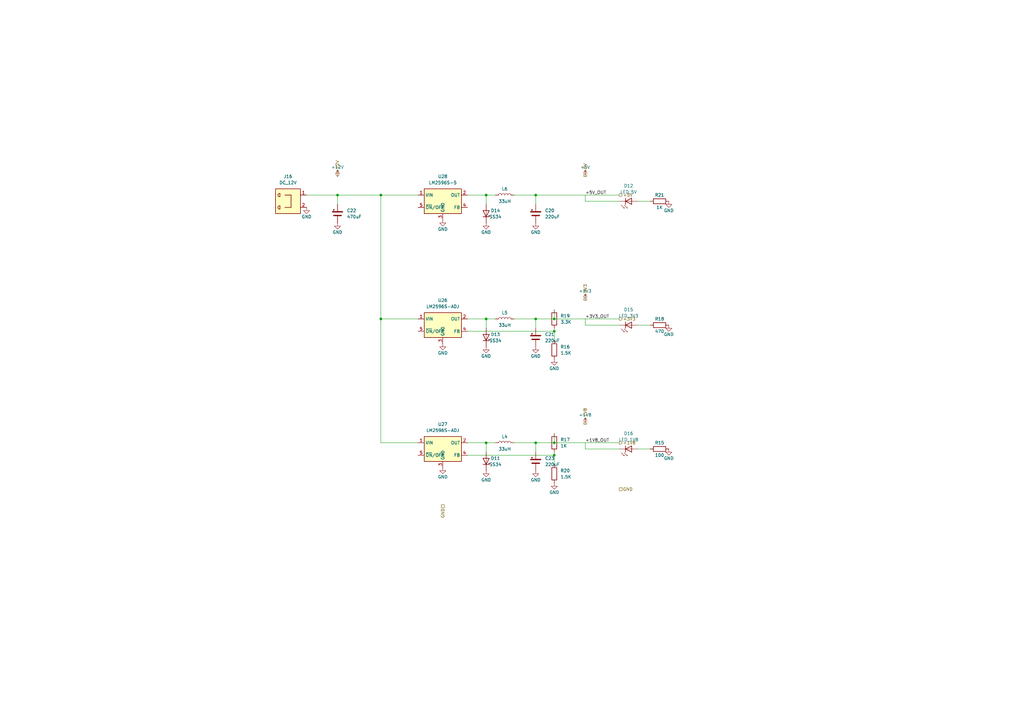
<source format=kicad_sch>
(kicad_sch (version 20250114) (generator "eeschema") (generator_version "9.0")
  (paper "A3")
  (title_block (title "Power Supply") (date "2024-11-30") (rev "0.1") (company "fcBoard Project") (comment 1 "12V Input, 5V/3.3V/1.8V DC-DC Outputs"))
  (lib_symbols
    (symbol "Connector:Barrel_Jack_Switch" (pin_names (offset 1.016))
      (property "Reference" "J" (at 0 7.62 0))
      (property "Value" "Barrel_Jack" (at 0 -7.62 0))
      (symbol "Barrel_Jack_Switch_0_1"
        (rectangle (start -5.08 5.08) (end 5.08 -5.08) (stroke (width 0.254)) (fill (type background)))
        (arc (start -3.302 1.905) (mid -4.127 2.54) (end -3.302 3.175) (stroke (width 0.254)))
        (arc (start -3.302 -3.175) (mid -4.127 -2.54) (end -3.302 -1.905) (stroke (width 0.254)))
        (polyline (pts (xy -3.302 3.175) (xy -3.302 1.905)) (stroke (width 0.254)))
        (polyline (pts (xy -3.302 -1.905) (xy -3.302 -3.175)) (stroke (width 0.254)))
        (polyline (pts (xy -1.27 2.54) (xy 1.27 2.54)) (stroke (width 0.254)))
        (polyline (pts (xy 1.27 2.54) (xy 1.27 -2.54) (xy -1.27 -2.54)) (stroke (width 0.254)))
      )
      (symbol "Barrel_Jack_Switch_1_1"
        (pin passive line (at 7.62 2.54 180) (length 2.54) (name "~") (number "1"))
        (pin passive line (at 7.62 -2.54 180) (length 2.54) (name "~") (number "2"))
      )
    )
    (symbol "Device:C" (pin_numbers (hide yes)) (pin_names (offset 0.254))
      (property "Reference" "C" (at 0.635 2.54 0))
      (property "Value" "C" (at 0.635 -2.54 0))
      (symbol "C_0_1"
        (polyline (pts (xy -2.032 0.762) (xy 2.032 0.762)) (stroke (width 0.508)))
        (polyline (pts (xy -2.032 -0.762) (xy 2.032 -0.762)) (stroke (width 0.508)))
      )
      (symbol "C_1_1"
        (pin passive line (at 0 3.81 270) (length 2.794) (name "~") (number "1"))
        (pin passive line (at 0 -3.81 90) (length 2.794) (name "~") (number "2"))
      )
    )
    (symbol "Device:CP" (pin_numbers (hide yes)) (pin_names (offset 0.254))
      (property "Reference" "C" (at 0.635 2.54 0))
      (property "Value" "CP" (at 0.635 -2.54 0))
      (symbol "CP_0_1"
        (polyline (pts (xy -2.032 0.762) (xy 2.032 0.762)) (stroke (width 0.508)))
        (polyline (pts (xy -1.778 1.524) (xy -1.27 1.524)) (stroke (width 0.254)))
        (polyline (pts (xy -1.524 1.27) (xy -1.524 1.778)) (stroke (width 0.254)))
        (polyline (pts (xy -1.524 -0.762) (xy 1.524 -0.762)) (stroke (width 0.508)))
      )
      (symbol "CP_1_1"
        (pin passive line (at 0 3.81 270) (length 2.794) (name "~") (number "1"))
        (pin passive line (at 0 -3.81 90) (length 2.794) (name "~") (number "2"))
      )
    )
    (symbol "Device:D_Schottky" (pin_numbers (hide yes)) (pin_names (offset 1.016) (hide yes))
      (property "Reference" "D" (at 0 2.54 0))
      (property "Value" "D_Schottky" (at 0 -2.54 0))
      (symbol "D_Schottky_0_1"
        (polyline (pts (xy -1.27 1.27) (xy -1.27 -1.27) (xy -0.762 -1.27) (xy -0.762 -1.016)) (stroke (width 0.254)))
        (polyline (pts (xy 1.27 1.27) (xy 1.27 -1.27) (xy -1.27 0) (xy 1.27 1.27)) (stroke (width 0.254)))
        (polyline (pts (xy 1.27 0) (xy -1.27 0)))
      )
      (symbol "D_Schottky_1_1"
        (pin passive line (at -3.81 0 0) (length 2.54) (name "K") (number "1"))
        (pin passive line (at 3.81 0 180) (length 2.54) (name "A") (number "2"))
      )
    )
    (symbol "Device:L" (pin_numbers (hide yes)) (pin_names (offset 1.016))
      (property "Reference" "L" (at -1.27 0 90))
      (property "Value" "L" (at 1.905 0 90))
      (symbol "L_0_1"
        (arc (start 0 2.54) (mid 0.6323 1.905) (end 0 1.27))
        (arc (start 0 1.27) (mid 0.6323 0.635) (end 0 0))
        (arc (start 0 0) (mid 0.6323 -0.635) (end 0 -1.27))
        (arc (start 0 -1.27) (mid 0.6323 -1.905) (end 0 -2.54))
      )
      (symbol "L_1_1"
        (pin passive line (at 0 3.81 270) (length 1.27) (name "~") (number "1"))
        (pin passive line (at 0 -3.81 90) (length 1.27) (name "~") (number "2"))
      )
    )
    (symbol "Device:LED" (pin_numbers (hide yes)) (pin_names (offset 1.016) (hide yes))
      (property "Reference" "D" (at 0 2.54 0))
      (property "Value" "LED" (at 0 -2.54 0))
      (symbol "LED_0_1"
        (polyline (pts (xy -3.048 -1.524) (xy -1.778 -2.794)))
        (polyline (pts (xy -2.032 -2.794) (xy -1.778 -2.794) (xy -1.778 -2.54)))
        (polyline (pts (xy -1.778 -1.524) (xy -0.508 -2.794)))
        (polyline (pts (xy -1.27 0) (xy 1.27 0)))
        (polyline (pts (xy -1.27 -1.27) (xy -1.27 1.27)) (stroke (width 0.254)))
        (polyline (pts (xy -0.762 -2.794) (xy -0.508 -2.794) (xy -0.508 -2.54)))
        (polyline (pts (xy 1.27 -1.27) (xy 1.27 1.27) (xy -1.27 0) (xy 1.27 -1.27)) (stroke (width 0.254)))
      )
      (symbol "LED_1_1"
        (pin passive line (at -3.81 0 0) (length 2.54) (name "K") (number "1"))
        (pin passive line (at 3.81 0 180) (length 2.54) (name "A") (number "2"))
      )
    )
    (symbol "Device:R" (pin_numbers (hide yes)) (pin_names (offset 0))
      (property "Reference" "R" (at 2.032 0 90))
      (property "Value" "R" (at 0 0 90))
      (symbol "R_0_1"
        (rectangle (start -1.016 -2.54) (end 1.016 2.54) (stroke (width 0.254)))
      )
      (symbol "R_1_1"
        (pin passive line (at 0 3.81 270) (length 1.27) (name "~") (number "1"))
        (pin passive line (at 0 -3.81 90) (length 1.27) (name "~") (number "2"))
      )
    )
    (symbol "Regulator_Switching:LM2596S-5"
      (property "Reference" "U" (at 0 8.89 0))
      (property "Value" "LM2596S-5" (at 0 6.35 0))
      (symbol "LM2596S-5_0_1"
        (rectangle (start -7.62 5.08) (end 7.62 -5.08) (stroke (width 0.254)) (fill (type background)))
      )
      (symbol "LM2596S-5_1_1"
        (pin power_in line (at -10.16 2.54 0) (length 2.54) (name "VIN") (number "1"))
        (pin input line (at -10.16 -2.54 0) (length 2.54) (name "~{ON}/OFF") (number "5"))
        (pin power_in line (at 0 -7.62 90) (length 2.54) (name "GND") (number "3"))
        (pin output line (at 10.16 2.54 180) (length 2.54) (name "OUT") (number "2"))
        (pin input line (at 10.16 -2.54 180) (length 2.54) (name "FB") (number "4"))
      )
    )
    (symbol "Regulator_Switching:LM2596S-ADJ"
      (property "Reference" "U" (at 0 8.89 0))
      (property "Value" "LM2596S-ADJ" (at 0 6.35 0))
      (symbol "LM2596S-ADJ_0_1"
        (rectangle (start -7.62 5.08) (end 7.62 -5.08) (stroke (width 0.254)) (fill (type background)))
      )
      (symbol "LM2596S-ADJ_1_1"
        (pin power_in line (at -10.16 2.54 0) (length 2.54) (name "VIN") (number "1"))
        (pin input line (at -10.16 -2.54 0) (length 2.54) (name "~{ON}/OFF") (number "5"))
        (pin power_in line (at 0 -7.62 90) (length 2.54) (name "GND") (number "3"))
        (pin output line (at 10.16 2.54 180) (length 2.54) (name "OUT") (number "2"))
        (pin input line (at 10.16 -2.54 180) (length 2.54) (name "FB") (number "4"))
      )
    )
    (symbol "power:+12V" (power) (pin_numbers (hide yes)) (pin_names (offset 0) (hide yes))
      (property "Value" "+12V" (at 0 3.556 0))
      (symbol "+12V_0_1"
        (polyline (pts (xy -0.762 1.27) (xy 0 2.54)))
        (polyline (pts (xy 0 2.54) (xy 0.762 1.27)))
        (polyline (pts (xy 0 0) (xy 0 2.54)))
      )
      (symbol "+12V_1_1"
        (pin power_in line (at 0 0 90) (length 0) (name "+12V") (number "1"))
      )
    )
    (symbol "power:+1V8" (power) (pin_numbers (hide yes)) (pin_names (offset 0) (hide yes))
      (property "Value" "+1V8" (at 0 3.556 0))
      (symbol "+1V8_0_1"
        (polyline (pts (xy -0.762 1.27) (xy 0 2.54)))
        (polyline (pts (xy 0 2.54) (xy 0.762 1.27)))
        (polyline (pts (xy 0 0) (xy 0 2.54)))
      )
      (symbol "+1V8_1_1"
        (pin power_in line (at 0 0 90) (length 0) (name "+1V8") (number "1"))
      )
    )
    (symbol "power:+3V3" (power) (pin_numbers (hide yes)) (pin_names (offset 0) (hide yes))
      (property "Value" "+3V3" (at 0 3.556 0))
      (symbol "+3V3_0_1"
        (polyline (pts (xy -0.762 1.27) (xy 0 2.54)))
        (polyline (pts (xy 0 2.54) (xy 0.762 1.27)))
        (polyline (pts (xy 0 0) (xy 0 2.54)))
      )
      (symbol "+3V3_1_1"
        (pin power_in line (at 0 0 90) (length 0) (name "+3V3") (number "1"))
      )
    )
    (symbol "power:+5V" (power) (pin_numbers (hide yes)) (pin_names (offset 0) (hide yes))
      (property "Value" "+5V" (at 0 3.556 0))
      (symbol "+5V_0_1"
        (polyline (pts (xy -0.762 1.27) (xy 0 2.54)))
        (polyline (pts (xy 0 2.54) (xy 0.762 1.27)))
        (polyline (pts (xy 0 0) (xy 0 2.54)))
      )
      (symbol "+5V_1_1"
        (pin power_in line (at 0 0 90) (length 0) (name "+5V") (number "1"))
      )
    )
    (symbol "power:GND" (power) (pin_numbers (hide yes)) (pin_names (offset 0) (hide yes))
      (property "Value" "GND" (at 0 -3.81 0))
      (symbol "GND_0_1"
        (polyline (pts (xy 0 0) (xy 0 -1.27) (xy 1.27 -1.27) (xy 0 -2.54) (xy -1.27 -1.27) (xy 0 -1.27)))
      )
      (symbol "GND_1_1"
        (pin power_in line (at 0 0 270) (length 0) (name "GND") (number "1"))
      )
    )
  )
  (junction (at 219.71 181.61))
  (junction (at 227.33 181.61))
  (junction (at 199.39 181.61))
  (junction (at 156.21 80.01))
  (junction (at 227.33 135.89))
  (junction (at 227.33 186.69))
  (junction (at 227.33 130.81))
  (junction (at 199.39 80.01))
  (junction (at 138.43 80.01))
  (junction (at 219.71 130.81))
  (junction (at 199.39 130.81))
  (junction (at 219.71 80.01))
  (junction (at 156.21 130.81))
  (wire (pts (xy 240.03 133.35) (xy 254 133.35)))
  (wire (pts (xy 227.33 181.61) (xy 240.03 181.61)))
  (wire (pts (xy 219.71 181.61) (xy 227.33 181.61)))
  (wire (pts (xy 240.03 82.55) (xy 254 82.55)))
  (wire (pts (xy 227.33 177.8) (xy 227.33 181.61)))
  (wire (pts (xy 199.39 80.01) (xy 199.39 83.82)))
  (wire (pts (xy 125.73 80.01) (xy 138.43 80.01)))
  (wire (pts (xy 191.77 130.81) (xy 199.39 130.81)))
  (wire (pts (xy 199.39 130.81) (xy 199.39 134.62)))
  (wire (pts (xy 240.03 181.61) (xy 254 181.61)))
  (wire (pts (xy 191.77 80.01) (xy 199.39 80.01)))
  (wire (pts (xy 210.82 181.61) (xy 219.71 181.61)))
  (wire (pts (xy 138.43 80.01) (xy 156.21 80.01)))
  (wire (pts (xy 191.77 181.61) (xy 199.39 181.61)))
  (wire (pts (xy 156.21 130.81) (xy 171.45 130.81)))
  (wire (pts (xy 156.21 80.01) (xy 156.21 130.81)))
  (wire (pts (xy 219.71 130.81) (xy 227.33 130.81)))
  (wire (pts (xy 240.03 130.81) (xy 240.03 133.35)))
  (wire (pts (xy 219.71 181.61) (xy 219.71 185.42)))
  (wire (pts (xy 219.71 80.01) (xy 219.71 83.82)))
  (wire (pts (xy 240.03 130.81) (xy 254 130.81)))
  (wire (pts (xy 219.71 130.81) (xy 219.71 134.62)))
  (wire (pts (xy 156.21 80.01) (xy 171.45 80.01)))
  (wire (pts (xy 156.21 130.81) (xy 156.21 181.61)))
  (wire (pts (xy 240.03 80.01) (xy 254 80.01)))
  (wire (pts (xy 227.33 139.7) (xy 227.33 135.89)))
  (wire (pts (xy 199.39 181.61) (xy 203.2 181.61)))
  (wire (pts (xy 227.33 135.89) (xy 191.77 135.89)))
  (wire (pts (xy 261.62 133.35) (xy 266.7 133.35)))
  (wire (pts (xy 227.33 190.5) (xy 227.33 186.69)))
  (wire (pts (xy 227.33 185.42) (xy 227.33 186.69)))
  (wire (pts (xy 199.39 181.61) (xy 199.39 185.42)))
  (wire (pts (xy 227.33 127) (xy 227.33 130.81)))
  (wire (pts (xy 240.03 80.01) (xy 240.03 82.55)))
  (wire (pts (xy 210.82 130.81) (xy 219.71 130.81)))
  (wire (pts (xy 199.39 80.01) (xy 203.2 80.01)))
  (wire (pts (xy 227.33 130.81) (xy 240.03 130.81)))
  (wire (pts (xy 199.39 130.81) (xy 203.2 130.81)))
  (wire (pts (xy 261.62 82.55) (xy 266.7 82.55)))
  (wire (pts (xy 210.82 80.01) (xy 219.71 80.01)))
  (wire (pts (xy 156.21 181.61) (xy 171.45 181.61)))
  (wire (pts (xy 240.03 181.61) (xy 240.03 184.15)))
  (wire (pts (xy 227.33 134.62) (xy 227.33 135.89)))
  (wire (pts (xy 138.43 80.01) (xy 138.43 83.82)))
  (wire (pts (xy 219.71 80.01) (xy 240.03 80.01)))
  (wire (pts (xy 240.03 184.15) (xy 254 184.15)))
  (wire (pts (xy 227.33 186.69) (xy 191.77 186.69)))
  (wire (pts (xy 261.62 184.15) (xy 266.7 184.15)))
  (label "+3V3_OUT" (at 240.03 130.81 0))
  (label "+5V_OUT" (at 240.03 80.01 0))
  (label "+1V8_OUT" (at 240.03 181.61 0))
  (hierarchical_label "+1V8" (shape output) (at 240.03 173.99 90))
  (hierarchical_label "+5V" (shape output) (at 240.03 72.39 90))
  (hierarchical_label "+5V" (shape output) (at 254 80.01 0))
  (hierarchical_label "+3V3" (shape output) (at 254 130.81 0))
  (hierarchical_label "+3V3" (shape output) (at 240.03 123.19 90))
  (hierarchical_label "+1V8" (shape output) (at 254 181.61 0))
  (hierarchical_label "+12V" (shape input) (at 138.43 72.39 90))
  (hierarchical_label "GND" (shape passive) (at 254 200.66 0))
  (hierarchical_label "GND" (shape passive) (at 181.61 207.01 270))
  (symbol (lib_id "Device:R") (at 270.51 184.15 90) (unit 1)
    (property "Reference" "R15" (at 270.51 181.61 90))
    (property "Value" "100" (at 270.51 186.69 90))
    (property "Footprint" "Resistor_SMD:R_0402_1005Metric" (effects (hide yes)))
  )
  (symbol (lib_id "Device:D_Schottky") (at 199.39 189.23 90) (unit 1)
    (property "Reference" "D11" (at 203.2 187.96 90))
    (property "Value" "SS34" (at 203.2 190.5 90))
    (property "Footprint" "LED_SMD:LED_0603_1608Metric" (effects (hide yes)))
  )
  (symbol (lib_id "power:+5V") (at 240.03 72.39 0) (unit 1)
    (property "Reference" "#PWR?" (effects (hide yes)))
    (property "Value" "+5V" (at 240.03 68.58 0))
  )
  (symbol (lib_id "power:+1V8") (at 240.03 173.99 0) (unit 1)
    (property "Reference" "#PWR?" (effects (hide yes)))
    (property "Value" "+1V8" (at 240.03 170.18 0))
  )
  (symbol (lib_id "Connector:Barrel_Jack_Switch") (at 118.11 82.55 0) (unit 1)
    (property "Reference" "J16" (at 118.11 72.39 0))
    (property "Value" "DC_12V" (at 118.11 74.93 0))
    (property "Footprint" "Connector_BarrelJack:BarrelJack_Horizontal" (effects (hide yes)))
  )
  (symbol (lib_id "power:GND") (at 138.43 91.44 0) (unit 1)
    (property "Reference" "#PWR?" (effects (hide yes)))
    (property "Value" "GND" (at 138.43 95.25 0))
  )
  (symbol (lib_id "Device:L") (at 207.01 181.61 90) (unit 1)
    (property "Reference" "L4" (at 207.01 179.07 90))
    (property "Value" "33uH" (at 207.01 184.15 90))
    (property "Footprint" "Inductor_SMD:L_Bourns_SRN6045TA" (effects (hide yes)))
  )
  (symbol (lib_id "power:GND") (at 274.32 184.15 0) (unit 1)
    (property "Reference" "#PWR?" (effects (hide yes)))
    (property "Value" "GND" (at 274.32 187.96 0))
  )
  (symbol (lib_id "power:GND") (at 181.61 191.77 0) (unit 1)
    (property "Reference" "#PWR?" (effects (hide yes)))
    (property "Value" "GND" (at 181.61 195.58 0))
  )
  (symbol (lib_id "power:+12V") (at 138.43 72.39 0) (unit 1)
    (property "Reference" "#PWR?" (effects (hide yes)))
    (property "Value" "+12V" (at 138.43 68.58 0))
  )
  (symbol (lib_id "power:GND") (at 125.73 85.09 0) (unit 1)
    (property "Reference" "#PWR?" (effects (hide yes)))
    (property "Value" "GND" (at 125.73 88.9 0))
  )
  (symbol (lib_id "Device:CP") (at 219.71 87.63 0) (unit 1)
    (property "Reference" "C20" (at 223.52 86.36 0) (effects (justify left)))
    (property "Value" "220uF" (at 223.52 88.9 0) (effects (justify left)))
    (property "Footprint" "Capacitor_SMD:C_0402_1005Metric" (effects (hide yes)))
  )
  (symbol (lib_id "Device:CP") (at 219.71 138.43 0) (unit 1)
    (property "Reference" "C21" (at 223.52 137.16 0) (effects (justify left)))
    (property "Value" "220uF" (at 223.52 139.7 0) (effects (justify left)))
    (property "Footprint" "Capacitor_SMD:C_0402_1005Metric" (effects (hide yes)))
  )
  (symbol (lib_id "Device:R") (at 227.33 143.51 0) (unit 1)
    (property "Reference" "R16" (at 229.87 142.24 0) (effects (justify left)))
    (property "Value" "1.5K" (at 229.87 144.78 0) (effects (justify left)))
    (property "Footprint" "Resistor_SMD:R_0402_1005Metric" (effects (hide yes)))
  )
  (symbol (lib_id "Device:R") (at 227.33 181.61 0) (unit 1)
    (property "Reference" "R17" (at 229.87 180.34 0) (effects (justify left)))
    (property "Value" "1K" (at 229.87 182.88 0) (effects (justify left)))
    (property "Footprint" "Resistor_SMD:R_0402_1005Metric" (effects (hide yes)))
  )
  (symbol (lib_id "Device:LED") (at 257.81 82.55 0) (unit 1)
    (property "Reference" "D12" (at 257.81 76.2 0))
    (property "Value" "LED_5V" (at 257.81 78.74 0))
    (property "Footprint" "LED_SMD:LED_0603_1608Metric" (effects (hide yes)))
  )
  (symbol (lib_id "Regulator_Switching:LM2596S-ADJ") (at 181.61 133.35 0) (unit 1)
    (property "Reference" "U26" (at 181.61 123.19 0))
    (property "Value" "LM2596S-ADJ" (at 181.61 125.73 0))
    (property "Footprint" "Package_TO_SOT_SMD:TO-263-5_TabPin3" (effects (hide yes)))
  )
  (symbol (lib_id "power:GND") (at 227.33 198.12 0) (unit 1)
    (property "Reference" "#PWR?" (effects (hide yes)))
    (property "Value" "GND" (at 227.33 201.93 0))
  )
  (symbol (lib_id "power:GND") (at 181.61 90.17 0) (unit 1)
    (property "Reference" "#PWR?" (effects (hide yes)))
    (property "Value" "GND" (at 181.61 93.98 0))
  )
  (symbol (lib_id "power:GND") (at 181.61 140.97 0) (unit 1)
    (property "Reference" "#PWR?" (effects (hide yes)))
    (property "Value" "GND" (at 181.61 144.78 0))
  )
  (symbol (lib_id "Device:R") (at 270.51 133.35 90) (unit 1)
    (property "Reference" "R18" (at 270.51 130.81 90))
    (property "Value" "470" (at 270.51 135.89 90))
    (property "Footprint" "Resistor_SMD:R_0402_1005Metric" (effects (hide yes)))
  )
  (symbol (lib_id "power:GND") (at 219.71 142.24 0) (unit 1)
    (property "Reference" "#PWR?" (effects (hide yes)))
    (property "Value" "GND" (at 219.71 146.05 0))
  )
  (symbol (lib_id "power:GND") (at 199.39 193.04 0) (unit 1)
    (property "Reference" "#PWR?" (effects (hide yes)))
    (property "Value" "GND" (at 199.39 196.85 0))
  )
  (symbol (lib_id "power:GND") (at 219.71 193.04 0) (unit 1)
    (property "Reference" "#PWR?" (effects (hide yes)))
    (property "Value" "GND" (at 219.71 196.85 0))
  )
  (symbol (lib_id "Device:L") (at 207.01 130.81 90) (unit 1)
    (property "Reference" "L5" (at 207.01 128.27 90))
    (property "Value" "33uH" (at 207.01 133.35 90))
    (property "Footprint" "Inductor_SMD:L_Bourns_SRN6045TA" (effects (hide yes)))
  )
  (symbol (lib_id "Device:D_Schottky") (at 199.39 138.43 90) (unit 1)
    (property "Reference" "D13" (at 203.2 137.16 90))
    (property "Value" "SS34" (at 203.2 139.7 90))
    (property "Footprint" "LED_SMD:LED_0603_1608Metric" (effects (hide yes)))
  )
  (symbol (lib_id "Device:R") (at 227.33 130.81 0) (unit 1)
    (property "Reference" "R19" (at 229.87 129.54 0) (effects (justify left)))
    (property "Value" "3.3K" (at 229.87 132.08 0) (effects (justify left)))
    (property "Footprint" "Resistor_SMD:R_0402_1005Metric" (effects (hide yes)))
  )
  (symbol (lib_id "Device:CP") (at 138.43 87.63 0) (unit 1)
    (property "Reference" "C22" (at 142.24 86.36 0) (effects (justify left)))
    (property "Value" "470uF" (at 142.24 88.9 0) (effects (justify left)))
    (property "Footprint" "Capacitor_SMD:C_0402_1005Metric" (effects (hide yes)))
  )
  (symbol (lib_id "Device:R") (at 227.33 194.31 0) (unit 1)
    (property "Reference" "R20" (at 229.87 193.04 0) (effects (justify left)))
    (property "Value" "1.5K" (at 229.87 195.58 0) (effects (justify left)))
    (property "Footprint" "Resistor_SMD:R_0402_1005Metric" (effects (hide yes)))
  )
  (symbol (lib_id "power:GND") (at 199.39 91.44 0) (unit 1)
    (property "Reference" "#PWR?" (effects (hide yes)))
    (property "Value" "GND" (at 199.39 95.25 0))
  )
  (symbol (lib_id "power:GND") (at 199.39 142.24 0) (unit 1)
    (property "Reference" "#PWR?" (effects (hide yes)))
    (property "Value" "GND" (at 199.39 146.05 0))
  )
  (symbol (lib_id "Device:CP") (at 219.71 189.23 0) (unit 1)
    (property "Reference" "C23" (at 223.52 187.96 0) (effects (justify left)))
    (property "Value" "220uF" (at 223.52 190.5 0) (effects (justify left)))
    (property "Footprint" "Capacitor_SMD:C_0402_1005Metric" (effects (hide yes)))
  )
  (symbol (lib_id "Device:D_Schottky") (at 199.39 87.63 90) (unit 1)
    (property "Reference" "D14" (at 203.2 86.36 90))
    (property "Value" "SS34" (at 203.2 88.9 90))
    (property "Footprint" "LED_SMD:LED_0603_1608Metric" (effects (hide yes)))
  )
  (symbol (lib_id "power:GND") (at 219.71 91.44 0) (unit 1)
    (property "Reference" "#PWR?" (effects (hide yes)))
    (property "Value" "GND" (at 219.71 95.25 0))
  )
  (symbol (lib_id "Device:LED") (at 257.81 133.35 0) (unit 1)
    (property "Reference" "D15" (at 257.81 127 0))
    (property "Value" "LED_3V3" (at 257.81 129.54 0))
    (property "Footprint" "LED_SMD:LED_0603_1608Metric" (effects (hide yes)))
  )
  (symbol (lib_id "power:GND") (at 274.32 133.35 0) (unit 1)
    (property "Reference" "#PWR?" (effects (hide yes)))
    (property "Value" "GND" (at 274.32 137.16 0))
  )
  (symbol (lib_id "Device:L") (at 207.01 80.01 90) (unit 1)
    (property "Reference" "L6" (at 207.01 77.47 90))
    (property "Value" "33uH" (at 207.01 82.55 90))
    (property "Footprint" "Inductor_SMD:L_Bourns_SRN6045TA" (effects (hide yes)))
  )
  (symbol (lib_id "power:GND") (at 227.33 147.32 0) (unit 1)
    (property "Reference" "#PWR?" (effects (hide yes)))
    (property "Value" "GND" (at 227.33 151.13 0))
  )
  (symbol (lib_id "Regulator_Switching:LM2596S-ADJ") (at 181.61 184.15 0) (unit 1)
    (property "Reference" "U27" (at 181.61 173.99 0))
    (property "Value" "LM2596S-ADJ" (at 181.61 176.53 0))
    (property "Footprint" "Package_TO_SOT_SMD:TO-263-5_TabPin3" (effects (hide yes)))
  )
  (symbol (lib_id "power:GND") (at 274.32 82.55 0) (unit 1)
    (property "Reference" "#PWR?" (effects (hide yes)))
    (property "Value" "GND" (at 274.32 86.36 0))
  )
  (symbol (lib_id "Device:LED") (at 257.81 184.15 0) (unit 1)
    (property "Reference" "D16" (at 257.81 177.8 0))
    (property "Value" "LED_1V8" (at 257.81 180.34 0))
    (property "Footprint" "LED_SMD:LED_0603_1608Metric" (effects (hide yes)))
  )
  (symbol (lib_id "power:+3V3") (at 240.03 123.19 0) (unit 1)
    (property "Reference" "#PWR?" (effects (hide yes)))
    (property "Value" "+3V3" (at 240.03 119.38 0))
  )
  (symbol (lib_id "Device:R") (at 270.51 82.55 90) (unit 1)
    (property "Reference" "R21" (at 270.51 80.01 90))
    (property "Value" "1K" (at 270.51 85.09 90))
    (property "Footprint" "Resistor_SMD:R_0402_1005Metric" (effects (hide yes)))
  )
  (symbol (lib_id "Regulator_Switching:LM2596S-5") (at 181.61 82.55 0) (unit 1)
    (property "Reference" "U28" (at 181.61 72.39 0))
    (property "Value" "LM2596S-5" (at 181.61 74.93 0))
    (property "Footprint" "Package_TO_SOT_SMD:TO-263-5_TabPin3" (effects (hide yes)))
  )
)
</source>
